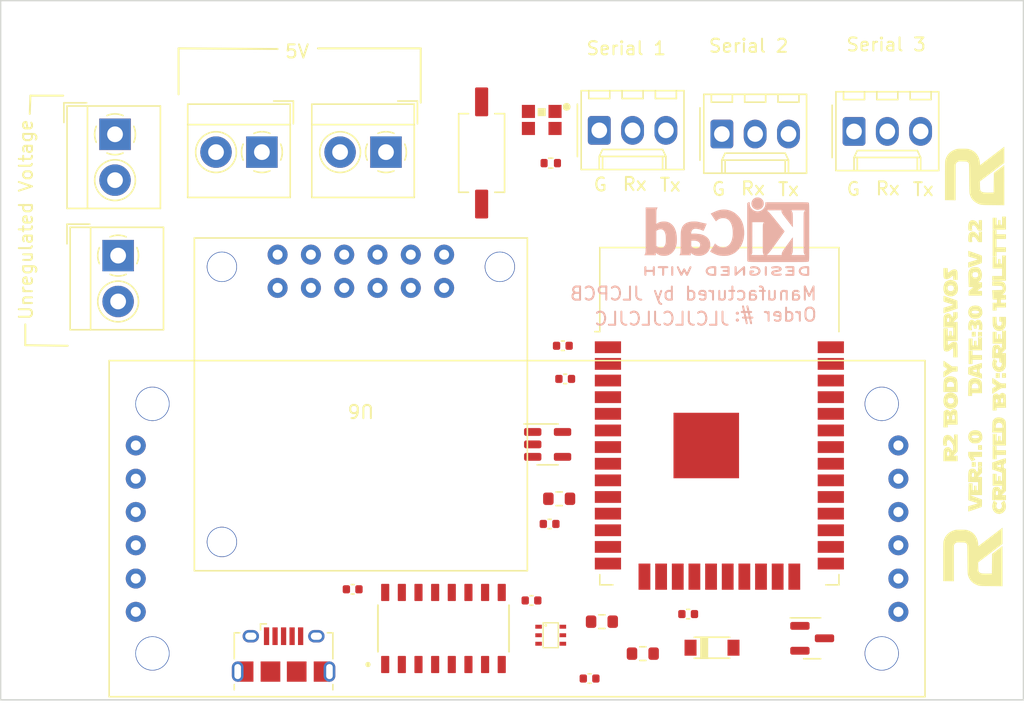
<source format=kicad_pcb>
(kicad_pcb (version 20211014) (generator pcbnew)
  (layers (0 "F.Cu" signal) (1 "In1.Cu" signal) (2 "In2.Cu" signal) (31 "B.Cu" signal) (34 "B.Paste" user) (35 "F.Paste" user) (36 "B.SilkS" user "B.Silkscreen") (37 "F.SilkS" user "F.Silkscreen") (38 "B.Mask" user) (39 "F.Mask" user) (44 "Edge.Cuts" user))
  (net 0 "")
  (net 1 "RX_FU")
  (net 2 "GND")
  (net 3 "+3.3V")
  (net 4 "VIN")
  (net 5 "VBUS")
  (net 8 "D-")
  (net 9 "D+")
  (net 12 "SCL")
  (net 13 "SDA")
  (net 14 "+5V")
  (net 20 "Net-(R3-Pad1)")
  (net 21 "ST_LED_D")
  (net 27 "TX_FU")
  (net 35 "GPIO0")
  (net 36 "RX_FU3")
  (net 39 "TXD0")
  (net 40 "RXD0")
  (net 41 "TX_FU3")
  (net 49 "DTR")
  (net 50 "RTS")
  (net 52 "RESET")
  (net 57 "+12V")
  (net 58 "Net-(L1-Pad3)")
  (net 59 "RX_FU2")
  (net 60 "TX_FU2")
  (footprint "Capacitor_SMD:C_0402_1005Metric" (layer "F.Cu") (at 111.38 129.67)
    (fp_text reference "C7" hide)
    (fp_text value "1uF")
    (pad "1" smd roundrect locked (at -0.48 0) (size 0.56 0.62) (layers "F.Cu" "F.Paste" "F.Mask") (net 3 "+3.3V"))
    (pad "2" smd roundrect locked (at 0.48 0) (size 0.56 0.62) (layers "F.Cu" "F.Paste" "F.Mask") (net 2 "GND"))
  )
  (footprint "Custom:WS2812B-2020" (layer "F.Cu") (at 100.21 91.955)
    (fp_text reference "L1" hide)
    (fp_text value "WS2812B-2020")
    (pad "1" smd rect (at 1.015 0.65) (size 1 1) (layers "F.Cu" "F.Paste" "F.Mask"))
    (pad "2" smd rect (at 1.015 -0.65) (size 1 1) (layers "F.Cu" "F.Paste" "F.Mask") (net 2 "GND"))
    (pad "3" smd rect (at -1.015 -0.65) (size 1 1) (layers "F.Cu" "F.Paste" "F.Mask") (net 58 "Net-(L1-Pad3)"))
    (pad "4" smd rect (at -1.015 0.65) (size 1 1) (layers "F.Cu" "F.Paste" "F.Mask") (net 14 "+5V"))
  )
  (footprint "TerminalBlock_4Ucon:TerminalBlock_4Ucon_1x02_P3.50mm_Horizontal" (layer "F.Cu") (at 67.663333 93.05 -90)
    (fp_text reference "J5" hide)
    (fp_text value "12OUT")
    (pad "1" thru_hole rect locked (at 0 0 270) (size 2.4 2.4) (drill 1.2) (layers *.Cu *.Mask) (net 2 "GND"))
    (pad "2" thru_hole circle locked (at 3.5 0 270) (size 2.4 2.4) (drill 1.2) (layers *.Cu *.Mask) (net 57 "+12V"))
  )
  (footprint "Logos:R2_Logo_V2" (layer "F.Cu") (at 133.584479 96.239515 90)
    (fp_text reference "G***" hide)
    (fp_text value "LOGO" hide)
  )
  (footprint "Connector_USB:USB_Micro-B_Amphenol_10118194_Horizontal" (layer "F.Cu") (at 80.52 132.76)
    (fp_text reference "J1" hide)
    (fp_text value "USB_B_Micro")
    (pad "1" smd rect locked (at -1.3 -1.4) (size 0.4 1.35) (layers "F.Cu" "F.Paste" "F.Mask") (net 5 "VBUS"))
    (pad "2" smd rect locked (at -0.65 -1.4) (size 0.4 1.35) (layers "F.Cu" "F.Paste" "F.Mask") (net 8 "D-"))
    (pad "3" smd rect locked (at 0 -1.4) (size 0.4 1.35) (layers "F.Cu" "F.Paste" "F.Mask") (net 9 "D+"))
    (pad "4" smd rect locked (at 0.65 -1.4) (size 0.4 1.35) (layers "F.Cu" "F.Paste" "F.Mask"))
    (pad "5" smd rect locked (at 1.3 -1.4) (size 0.4 1.35) (layers "F.Cu" "F.Paste" "F.Mask") (net 2 "GND"))
    (pad "6" thru_hole oval locked (at -3.5 1.3) (size 0.89 1.55) (drill oval 0.5 1.15) (layers *.Cu *.Mask))
    (pad "6" smd rect locked (at -2.9 1.3) (size 1.2 1.55) (layers "F.Cu" "F.Paste" "F.Mask"))
    (pad "6" thru_hole oval locked (at 3.5 1.3) (size 0.89 1.55) (drill oval 0.5 1.15) (layers *.Cu *.Mask))
    (pad "6" thru_hole oval locked (at -2.5 -1.4) (size 1.25 0.95) (drill oval 0.85 0.55) (layers *.Cu *.Mask))
    (pad "6" smd rect locked (at 2.9 1.3) (size 1.2 1.55) (layers "F.Cu" "F.Paste" "F.Mask"))
    (pad "6" smd rect locked (at -1 1.3) (size 1.5 1.55) (layers "F.Cu" "F.Paste" "F.Mask"))
    (pad "6" thru_hole oval locked (at 2.5 -1.4) (size 1.25 0.95) (drill oval 0.85 0.55) (layers *.Cu *.Mask))
    (pad "6" smd rect locked (at 1 1.3) (size 1.5 1.55) (layers "F.Cu" "F.Paste" "F.Mask"))
  )
  (footprint "TerminalBlock_4Ucon:TerminalBlock_4Ucon_1x02_P3.50mm_Horizontal" (layer "F.Cu") (at 88.33 94.41 180)
    (fp_text reference "J8" hide)
    (fp_text value "5V Out 2")
    (pad "1" thru_hole rect locked (at 0 0 180) (size 2.4 2.4) (drill 1.2) (layers *.Cu *.Mask) (net 2 "GND"))
    (pad "2" thru_hole circle locked (at 3.5 0 180) (size 2.4 2.4) (drill 1.2) (layers *.Cu *.Mask) (net 14 "+5V"))
  )
  (footprint "MountingHole:MountingHole_3.2mm_M3" (layer "F.Cu") (at 62.83 86.68)
    (fp_text reference "REF**" hide)
    (fp_text value "MountingHole_3.2mm_M3" hide)
    (pad "" np_thru_hole circle locked (at 0 0) (size 3.2 3.2) (drill 3.2) (layers *.Cu *.Mask))
  )
  (footprint "Connector_Molex:Molex_KK-254_AE-6410-03A_1x03_P2.54mm_Vertical" (layer "F.Cu") (at 113.95 93.03)
    (fp_text reference "J11" hide)
    (fp_text value "SERIAL_FU3")
    (pad "1" thru_hole roundrect locked (at 0 0) (size 1.74 2.19) (drill 1.19) (layers *.Cu *.Mask) (roundrect_rratio 0.143678) (net 2 "GND"))
    (pad "2" thru_hole oval locked (at 2.54 0) (size 1.74 2.19) (drill 1.19) (layers *.Cu *.Mask) (net 36 "RX_FU3"))
    (pad "3" thru_hole oval locked (at 5.08 0) (size 1.74 2.19) (drill 1.19) (layers *.Cu *.Mask) (net 41 "TX_FU3"))
  )
  (footprint "Connector_Molex:Molex_KK-254_AE-6410-03A_1x03_P2.54mm_Vertical" (layer "F.Cu") (at 124.03 92.83)
    (fp_text reference "J15" hide)
    (fp_text value "SERIAL_FU2")
    (pad "1" thru_hole roundrect locked (at 0 0) (size 1.74 2.19) (drill 1.19) (layers *.Cu *.Mask) (roundrect_rratio 0.143678) (net 2 "GND"))
    (pad "2" thru_hole oval locked (at 2.54 0) (size 1.74 2.19) (drill 1.19) (layers *.Cu *.Mask) (net 59 "RX_FU2"))
    (pad "3" thru_hole oval locked (at 5.08 0) (size 1.74 2.19) (drill 1.19) (layers *.Cu *.Mask) (net 60 "TX_FU2"))
  )
  (footprint "Custom:PCA9685" (layer "F.Cu") (at 98.33 123.15)
    (fp_text reference "U7" hide)
    (fp_text value "PCA9685")
    (pad "1" thru_hole circle (at -29.083 -6.35) (size 1.524 1.524) (drill 0.762) (layers *.Cu *.Mask) (net 2 "GND"))
    (pad "2" thru_hole circle (at -29.083 -3.81) (size 1.524 1.524) (drill 0.762) (layers *.Cu *.Mask))
    (pad "3" thru_hole circle (at -29.083 -1.27) (size 1.524 1.524) (drill 0.762) (layers *.Cu *.Mask) (net 12 "SCL"))
    (pad "4" thru_hole circle (at -29.083 1.27) (size 1.524 1.524) (drill 0.762) (layers *.Cu *.Mask) (net 13 "SDA"))
    (pad "5" thru_hole circle (at -29.083 3.81) (size 1.524 1.524) (drill 0.762) (layers *.Cu *.Mask) (net 3 "+3.3V"))
    (pad "6" thru_hole circle (at -29.083 6.35) (size 1.524 1.524) (drill 0.762) (layers *.Cu *.Mask) (net 14 "+5V"))
    (pad "7" thru_hole circle (at 29.083 -6.35) (size 1.524 1.524) (drill 0.762) (layers *.Cu *.Mask) (net 2 "GND"))
    (pad "8" thru_hole circle (at 29.083 -3.81) (size 1.524 1.524) (drill 0.762) (layers *.Cu *.Mask))
    (pad "9" thru_hole circle (at 29.083 -1.27) (size 1.524 1.524) (drill 0.762) (layers *.Cu *.Mask) (net 12 "SCL"))
    (pad "10" thru_hole circle (at 29.083 1.27) (size 1.524 1.524) (drill 0.762) (layers *.Cu *.Mask) (net 13 "SDA"))
    (pad "11" thru_hole circle (at 29.083 3.81) (size 1.524 1.524) (drill 0.762) (layers *.Cu *.Mask) (net 3 "+3.3V"))
    (pad "12" thru_hole circle (at 29.083 6.35) (size 1.524 1.524) (drill 0.762) (layers *.Cu *.Mask) (net 14 "+5V"))
    (pad "13" thru_hole circle (at -27.813 -9.525) (size 2.6 2.6) (drill 2.5) (layers *.Cu *.Mask))
    (pad "13" thru_hole circle (at 27.813 -9.525) (size 2.6 2.6) (drill 2.5) (layers *.Cu *.Mask))
    (pad "13" thru_hole circle (at 27.813 9.525) (size 2.6 2.6) (drill 2.5) (layers *.Cu *.Mask))
    (pad "13" thru_hole circle (at -27.813 9.525) (size 2.6 2.6) (drill 2.5) (layers *.Cu *.Mask))
  )
  (footprint "Capacitor_SMD:C_0402_1005Metric" (layer "F.Cu") (at 99.43 128.63)
    (fp_text reference "C3" hide)
    (fp_text value "100nF")
    (pad "1" smd roundrect locked (at -0.48 0) (size 0.56 0.62) (layers "F.Cu" "F.Paste" "F.Mask") (net 3 "+3.3V"))
    (pad "2" smd roundrect locked (at 0.48 0) (size 0.56 0.62) (layers "F.Cu" "F.Paste" "F.Mask") (net 2 "GND"))
  )
  (footprint "MountingHole:MountingHole_3.2mm_M3" (layer "F.Cu") (at 133.25 86.68)
    (fp_text reference "REF**" hide)
    (fp_text value "MountingHole_3.2mm_M3" hide)
    (pad "" np_thru_hole circle locked (at 0 0) (size 3.2 3.2) (drill 3.2) (layers *.Cu *.Mask))
  )
  (footprint "Custom:UMT6" (layer "F.Cu") (at 100.895 131.2858)
    (fp_text reference "U5" hide)
    (fp_text value "UMH3N")
    (pad "1" smd rect (at -0.925 -0.65) (size 0.5 0.3) (layers "F.Cu") (net 50 "RTS"))
    (pad "2" smd rect (at -0.925 0) (size 0.5 0.3) (layers "F.Cu") (net 49 "DTR"))
    (pad "3" smd rect (at -0.925 0.65) (size 0.5 0.3) (layers "F.Cu") (net 35 "GPIO0"))
    (pad "4" smd rect (at 0.925 0.65 180) (size 0.5 0.3) (layers "F.Cu") (net 49 "DTR"))
    (pad "5" smd rect (at 0.925 0 180) (size 0.5 0.3) (layers "F.Cu") (net 50 "RTS"))
    (pad "6" smd rect (at 0.925 -0.65 180) (size 0.5 0.3) (layers "F.Cu") (net 52 "RESET"))
  )
  (footprint "Capacitor_SMD:C_0402_1005Metric" (layer "F.Cu") (at 85.79 127.78)
    (fp_text reference "C5" hide)
    (fp_text value "1uF")
    (pad "1" smd roundrect locked (at -0.48 0) (size 0.56 0.62) (layers "F.Cu" "F.Paste" "F.Mask") (net 2 "GND"))
    (pad "2" smd roundrect locked (at 0.48 0) (size 0.56 0.62) (layers "F.Cu" "F.Paste" "F.Mask") (net 4 "VIN"))
  )
  (footprint "Resistor_SMD:R_0603_1608Metric" (layer "F.Cu") (at 107.92 132.69)
    (fp_text reference "R2" hide)
    (fp_text value "100K")
    (pad "1" smd roundrect locked (at -0.825 0) (size 0.8 0.95) (layers "F.Cu" "F.Paste" "F.Mask") (net 5 "VBUS"))
    (pad "2" smd roundrect locked (at 0.825 0) (size 0.8 0.95) (layers "F.Cu" "F.Paste" "F.Mask") (net 2 "GND"))
  )
  (footprint "Package_TO_SOT_SMD:SOT-23-5" (layer "F.Cu") (at 100.66 116.72)
    (fp_text reference "U3" hide)
    (fp_text value "ME6211C33M5G")
    (pad "1" smd roundrect locked (at -1.1375 -0.95) (size 1.325 0.6) (layers "F.Cu" "F.Paste" "F.Mask") (net 4 "VIN"))
    (pad "2" smd roundrect locked (at -1.1375 0) (size 1.325 0.6) (layers "F.Cu" "F.Paste" "F.Mask") (net 2 "GND"))
    (pad "3" smd roundrect locked (at -1.1375 0.95) (size 1.325 0.6) (layers "F.Cu" "F.Paste" "F.Mask") (net 20 "Net-(R3-Pad1)"))
    (pad "4" smd roundrect locked (at 1.1375 0.95) (size 1.325 0.6) (layers "F.Cu" "F.Paste" "F.Mask"))
    (pad "5" smd roundrect locked (at 1.1375 -0.95) (size 1.325 0.6) (layers "F.Cu" "F.Paste" "F.Mask") (net 3 "+3.3V"))
  )
  (footprint "Pololu:D36V50F5-STEPDOWN" (layer "F.Cu") (at 86.415 113.665 180)
    (fp_text reference "U6" (at 0 -0.5 180 unlocked) (layer "F.SilkS"))
    (fp_text value "D36V50F5-STEPDOWN")
    (pad "1" thru_hole circle (at -6.35 11.43 180) (size 1.524 1.524) (drill 0.762) (layers *.Cu *.Mask) (net 14 "+5V"))
    (pad "2" thru_hole circle (at -3.81 11.43 180) (size 1.524 1.524) (drill 0.762) (layers *.Cu *.Mask) (net 2 "GND"))
    (pad "3" thru_hole circle (at -1.27 11.43 180) (size 1.524 1.524) (drill 0.762) (layers *.Cu *.Mask) (net 2 "GND"))
    (pad "4" thru_hole circle (at 1.27 11.43 180) (size 1.524 1.524) (drill 0.762) (layers *.Cu *.Mask) (net 57 "+12V"))
    (pad "5" thru_hole circle (at 3.81 11.43 180) (size 1.524 1.524) (drill 0.762) (layers *.Cu *.Mask))
    (pad "6" thru_hole circle (at 6.35 11.43 180) (size 1.524 1.524) (drill 0.762) (layers *.Cu *.Mask))
    (pad "7" thru_hole circle (at 6.35 8.89 180) (size 1.524 1.524) (drill 0.762) (layers *.Cu *.Mask))
    (pad "8" thru_hole circle (at 3.81 8.89 180) (size 1.524 1.524) (drill 0.762) (layers *.Cu *.Mask))
    (pad "9" thru_hole circle (at 1.27 8.89 180) (size 1.524 1.524) (drill 0.762) (layers *.Cu *.Mask) (net 57 "+12V"))
    (pad "10" thru_hole circle (at -1.27 8.89 180) (size 1.524 1.524) (drill 0.762) (layers *.Cu *.Mask) (net 2 "GND"))
    (pad "11" thru_hole circle (at -3.81 8.89 180) (size 1.524 1.524) (drill 0.762) (layers *.Cu *.Mask) (net 2 "GND"))
    (pad "12" thru_hole circle (at -6.35 8.89 180) (size 1.524 1.524) (drill 0.762) (layers *.Cu *.Mask) (net 14 "+5V"))
    (pad "13" thru_hole circle (at -10.6 10.5 180) (size 2.3 2.3) (drill 2.2) (layers *.Cu *.Mask))
    (pad "14" thru_hole circle (at 10.6 10.5 180) (size 2.3 2.3) (drill 2.2) (layers *.Cu *.Mask))
    (pad "15" thru_hole circle (at 10.6 -10.5 180) (size 2.3 2.3) (drill 2.2) (layers *.Cu *.Mask))
  )
  (footprint "Resistor_SMD:R_0603_1608Metric" (layer "F.Cu") (at 104.8 130.25)
    (fp_text reference "R1" hide)
    (fp_text value "10K")
    (pad "1" smd roundrect locked (at -0.825 0) (size 0.8 0.95) (layers "F.Cu" "F.Paste" "F.Mask") (net 3 "+3.3V"))
    (pad "2" smd roundrect locked (at 0.825 0) (size 0.8 0.95) (layers "F.Cu" "F.Paste" "F.Mask") (net 52 "RESET"))
  )
  (footprint "Capacitor_SMD:C_0402_1005Metric" (layer "F.Cu") (at 101.82 109.19)
    (fp_text reference "C1" hide)
    (fp_text value "100nF")
    (pad "1" smd roundrect locked (at -0.48 0) (size 0.56 0.62) (layers "F.Cu" "F.Paste" "F.Mask") (net 52 "RESET"))
    (pad "2" smd roundrect locked (at 0.48 0) (size 0.56 0.62) (layers "F.Cu" "F.Paste" "F.Mask") (net 2 "GND"))
  )
  (footprint "MountingHole:MountingHole_3.2mm_M3" (layer "F.Cu") (at 133.25 132.55)
    (fp_text reference "REF**" hide)
    (fp_text value "MountingHole_3.2mm_M3" hide)
    (pad "" np_thru_hole circle locked (at 0 0) (size 3.2 3.2) (drill 3.2) (layers *.Cu *.Mask))
  )
  (footprint "Custom:SOIC127P600X180-16N" (layer "F.Cu") (at 92.715 130.77 90)
    (fp_text reference "U4" hide)
    (fp_text value "CH340C")
    (pad "1" smd roundrect (at -2.75 -4.445 90) (size 1.31 0.62) (layers "F.Cu" "F.Paste" "F.Mask") (roundrect_rratio 0.08) (net 2 "GND"))
    (pad "2" smd roundrect (at -2.75 -3.175 90) (size 1.31 0.62) (layers "F.Cu" "F.Paste" "F.Mask") (roundrect_rratio 0.08) (net 40 "RXD0"))
    (pad "3" smd roundrect (at -2.75 -1.905 90) (size 1.31 0.62) (layers "F.Cu" "F.Paste" "F.Mask") (roundrect_rratio 0.08) (net 39 "TXD0"))
    (pad "4" smd roundrect (at -2.75 -0.635 90) (size 1.31 0.62) (layers "F.Cu" "F.Paste" "F.Mask") (roundrect_rratio 0.08) (net 3 "+3.3V"))
    (pad "5" smd roundrect (at -2.75 0.635 90) (size 1.31 0.62) (layers "F.Cu" "F.Paste" "F.Mask") (roundrect_rratio 0.08) (net 9 "D+"))
    (pad "6" smd roundrect (at -2.75 1.905 90) (size 1.31 0.62) (layers "F.Cu" "F.Paste" "F.Mask") (roundrect_rratio 0.08) (net 8 "D-"))
    (pad "7" smd roundrect (at -2.75 3.175 90) (size 1.31 0.62) (layers "F.Cu" "F.Paste" "F.Mask") (roundrect_rratio 0.08))
    (pad "8" smd roundrect (at -2.75 4.445 90) (size 1.31 0.62) (layers "F.Cu" "F.Paste" "F.Mask") (roundrect_rratio 0.08))
    (pad "9" smd roundrect (at 2.75 4.445 90) (size 1.31 0.62) (layers "F.Cu" "F.Paste" "F.Mask") (roundrect_rratio 0.08))
    (pad "10" smd roundrect (at 2.75 3.175 90) (size 1.31 0.62) (layers "F.Cu" "F.Paste" "F.Mask") (roundrect_rratio 0.08))
    (pad "11" smd roundrect (at 2.75 1.905 90) (size 1.31 0.62) (layers "F.Cu" "F.Paste" "F.Mask") (roundrect_rratio 0.08))
    (pad "12" smd roundrect (at 2.75 0.635 90) (size 1.31 0.62) (layers "F.Cu" "F.Paste" "F.Mask") (roundrect_rratio 0.08))
    (pad "13" smd roundrect (at 2.75 -0.635 90) (size 1.31 0.62) (layers "F.Cu" "F.Paste" "F.Mask") (roundrect_rratio 0.08) (net 49 "DTR"))
    (pad "14" smd roundrect (at 2.75 -1.905 90) (size 1.31 0.62) (layers "F.Cu" "F.Paste" "F.Mask") (roundrect_rratio 0.08) (net 50 "RTS"))
    (pad "15" smd roundrect (at 2.75 -3.175 90) (size 1.31 0.62) (layers "F.Cu" "F.Paste" "F.Mask") (roundrect_rratio 0.08))
    (pad "16" smd roundrect (at 2.75 -4.445 90) (size 1.31 0.62) (layers "F.Cu" "F.Paste" "F.Mask") (roundrect_rratio 0.08) (net 3 "+3.3V"))
  )
  (footprint "TerminalBlock_4Ucon:TerminalBlock_4Ucon_1x02_P3.50mm_Horizontal" (layer "F.Cu") (at 67.9 102.31 -90)
    (fp_text reference "J6" hide)
    (fp_text value "12VOUT")
    (pad "1" thru_hole rect locked (at 0 0 270) (size 2.4 2.4) (drill 1.2) (layers *.Cu *.Mask) (net 2 "GND"))
    (pad "2" thru_hole circle locked (at 3.5 0 270) (size 2.4 2.4) (drill 1.2) (layers *.Cu *.Mask) (net 57 "+12V"))
  )
  (footprint "Custom:SOD3716X135N" (layer "F.Cu") (at 113.1985 132.2385)
    (fp_text reference "CR1" hide)
    (fp_text value "B5819W-TP")
    (pad "A" smd rect (at 1.6383 0) (size 0.9144 1.2192) (layers "F.Cu" "F.Paste" "F.Mask") (net 5 "VBUS"))
    (pad "C" smd rect (at -1.6383 0) (size 0.9144 1.2192) (layers "F.Cu" "F.Paste" "F.Mask") (net 4 "VIN"))
  )
  (footprint "RF_Module:ESP32-WROOM-32" (layer "F.Cu") (at 113.76 117.56)
    (fp_text reference "U1" hide)
    (fp_text value "ESP32-WROOM-32D_16MB_")
    (pad "1" smd rect locked (at -8.5 -8.255) (size 2 0.9) (layers "F.Cu" "F.Paste" "F.Mask") (net 2 "GND"))
    (pad "2" smd rect locked (at -8.5 -6.985) (size 2 0.9) (layers "F.Cu" "F.Paste" "F.Mask") (net 3 "+3.3V"))
    (pad "3" smd rect locked (at -8.5 -5.715) (size 2 0.9) (layers "F.Cu" "F.Paste" "F.Mask") (net 52 "RESET"))
    (pad "4" smd rect locked (at -8.5 -4.445) (size 2 0.9) (layers "F.Cu" "F.Paste" "F.Mask"))
    (pad "5" smd rect locked (at -8.5 -3.175) (size 2 0.9) (layers "F.Cu" "F.Paste" "F.Mask"))
    (pad "6" smd rect locked (at -8.5 -1.905) (size 2 0.9) (layers "F.Cu" "F.Paste" "F.Mask"))
    (pad "7" smd rect locked (at -8.5 -0.635) (size 2 0.9) (layers "F.Cu" "F.Paste" "F.Mask"))
    (pad "8" smd rect locked (at -8.5 0.635) (size 2 0.9) (layers "F.Cu" "F.Paste" "F.Mask"))
    (pad "9" smd rect locked (at -8.5 1.905) (size 2 0.9) (layers "F.Cu" "F.Paste" "F.Mask"))
    (pad "10" smd rect locked (at -8.5 3.175) (size 2 0.9) (layers "F.Cu" "F.Paste" "F.Mask") (net 36 "RX_FU3"))
    (pad "11" smd rect locked (at -8.5 4.445) (size 2 0.9) (layers "F.Cu" "F.Paste" "F.Mask"))
    (pad "12" smd rect locked (at -8.5 5.715) (size 2 0.9) (layers "F.Cu" "F.Paste" "F.Mask"))
    (pad "13" smd rect locked (at -8.5 6.985) (size 2 0.9) (layers "F.Cu" "F.Paste" "F.Mask"))
    (pad "14" smd rect locked (at -8.5 8.255) (size 2 0.9) (layers "F.Cu" "F.Paste" "F.Mask"))
    (pad "15" smd rect locked (at -5.715 9.255 90) (size 2 0.9) (layers "F.Cu" "F.Paste" "F.Mask") (net 2 "GND"))
    (pad "16" smd rect locked (at -4.445 9.255 90) (size 2 0.9) (layers "F.Cu" "F.Paste" "F.Mask"))
    (pad "17" smd rect locked (at -3.175 9.255 90) (size 2 0.9) (layers "F.Cu" "F.Paste" "F.Mask"))
    (pad "18" smd rect locked (at -1.905 9.255 90) (size 2 0.9) (layers "F.Cu" "F.Paste" "F.Mask"))
    (pad "19" smd rect locked (at -0.635 9.255 90) (size 2 0.9) (layers "F.Cu" "F.Paste" "F.Mask"))
    (pad "20" smd rect locked (at 0.635 9.255 90) (size 2 0.9) (layers "F.Cu" "F.Paste" "F.Mask"))
    (pad "21" smd rect locked (at 1.905 9.255 90) (size 2 0.9) (layers "F.Cu" "F.Paste" "F.Mask"))
    (pad "22" smd rect locked (at 3.175 9.255 90) (size 2 0.9) (layers "F.Cu" "F.Paste" "F.Mask"))
    (pad "23" smd rect locked (at 4.445 9.255 90) (size 2 0.9) (layers "F.Cu" "F.Paste" "F.Mask") (net 27 "TX_FU"))
    (pad "24" smd rect locked (at 5.715 9.255 90) (size 2 0.9) (layers "F.Cu" "F.Paste" "F.Mask"))
    (pad "25" smd rect locked (at 8.5 8.255) (size 2 0.9) (layers "F.Cu" "F.Paste" "F.Mask") (net 35 "GPIO0"))
    (pad "26" smd rect locked (at 8.5 6.985) (size 2 0.9) (layers "F.Cu" "F.Paste" "F.Mask") (net 21 "ST_LED_D"))
    (pad "27" smd rect locked (at 8.5 5.715) (size 2 0.9) (layers "F.Cu" "F.Paste" "F.Mask") (net 1 "RX_FU"))
    (pad "28" smd rect locked (at 8.5 4.445) (size 2 0.9) (layers "F.Cu" "F.Paste" "F.Mask") (net 60 "TX_FU2"))
    (pad "29" smd rect locked (at 8.5 3.175) (size 2 0.9) (layers "F.Cu" "F.Paste" "F.Mask"))
    (pad "30" smd rect locked (at 8.5 1.905) (size 2 0.9) (layers "F.Cu" "F.Paste" "F.Mask") (net 59 "RX_FU2"))
    (pad "31" smd rect locked (at 8.5 0.635) (size 2 0.9) (layers "F.Cu" "F.Paste" "F.Mask"))
    (pad "32" smd rect locked (at 8.5 -0.635) (size 2 0.9) (layers "F.Cu" "F.Paste" "F.Mask"))
    (pad "33" smd rect locked (at 8.5 -1.905) (size 2 0.9) (layers "F.Cu" "F.Paste" "F.Mask") (net 13 "SDA"))
    (pad "34" smd rect locked (at 8.5 -3.175) (size 2 0.9) (layers "F.Cu" "F.Paste" "F.Mask") (net 40 "RXD0"))
    (pad "35" smd rect locked (at 8.5 -4.445) (size 2 0.9) (layers "F.Cu" "F.Paste" "F.Mask") (net 39 "TXD0"))
    (pad "36" smd rect locked (at 8.5 -5.715) (size 2 0.9) (layers "F.Cu" "F.Paste" "F.Mask") (net 12 "SCL"))
    (pad "37" smd rect locked (at 8.5 -6.985) (size 2 0.9) (layers "F.Cu" "F.Paste" "F.Mask") (net 41 "TX_FU3"))
    (pad "38" smd rect locked (at 8.5 -8.255) (size 2 0.9) (layers "F.Cu" "F.Paste" "F.Mask") (net 2 "GND"))
    (pad "39" smd rect locked (at -1 -0.755) (size 5 5) (layers "F.Cu" "F.Paste" "F.Mask") (net 2 "GND"))
  )
  (footprint "Capacitor_SMD:C_0402_1005Metric" (layer "F.Cu") (at 103.86 134.59)
    (fp_text reference "C6" hide)
    (fp_text value "100nF")
    (pad "1" smd roundrect locked (at -0.48 0) (size 0.56 0.62) (layers "F.Cu" "F.Paste" "F.Mask") (net 3 "+3.3V"))
    (pad "2" smd roundrect locked (at 0.48 0) (size 0.56 0.62) (layers "F.Cu" "F.Paste" "F.Mask") (net 2 "GND"))
  )
  (footprint "Resistor_SMD:R_0402_1005Metric" (layer "F.Cu") (at 100.9 95.25)
    (fp_text reference "R4" hide)
    (fp_text value "220")
    (pad "1" smd roundrect locked (at -0.51 0) (size 0.54 0.64) (layers "F.Cu" "F.Paste" "F.Mask") (net 21 "ST_LED_D"))
    (pad "2" smd roundrect locked (at 0.51 0) (size 0.54 0.64) (layers "F.Cu" "F.Paste" "F.Mask") (net 58 "Net-(L1-Pad3)"))
  )
  (footprint "Connector_Molex:Molex_KK-254_AE-6410-03A_1x03_P2.54mm_Vertical" (layer "F.Cu") (at 104.6 92.75)
    (fp_text reference "J12" hide)
    (fp_text value "SERIAL_FU")
    (pad "1" thru_hole roundrect locked (at 0 0) (size 1.74 2.19) (drill 1.19) (layers *.Cu *.Mask) (roundrect_rratio 0.143678) (net 2 "GND"))
    (pad "2" thru_hole oval locked (at 2.54 0) (size 1.74 2.19) (drill 1.19) (layers *.Cu *.Mask) (net 1 "RX_FU"))
    (pad "3" thru_hole oval locked (at 5.08 0) (size 1.74 2.19) (drill 1.19) (layers *.Cu *.Mask) (net 27 "TX_FU"))
  )
  (footprint "TerminalBlock_4Ucon:TerminalBlock_4Ucon_1x02_P3.50mm_Horizontal" (layer "F.Cu") (at 78.866666 94.41 180)
    (fp_text reference "J7" hide)
    (fp_text value "5V OUT")
    (pad "1" thru_hole rect locked (at 0 0 180) (size 2.4 2.4) (drill 1.2) (layers *.Cu *.Mask) (net 2 "GND"))
    (pad "2" thru_hole circle locked (at 3.5 0 180) (size 2.4 2.4) (drill 1.2) (layers *.Cu *.Mask) (net 14 "+5V"))
  )
  (footprint "Logos:R2_Body_Servos_Log0" (layer "F.Cu") (at 133.01 110.83 90)
    (fp_text reference "G***" hide)
    (fp_text value "LOGO" hide)
  )
  (footprint "Capacitor_SMD:C_0402_1005Metric" (layer "F.Cu") (at 102 111.72)
    (fp_text reference "C2" hide)
    (fp_text value "10uF")
    (pad "1" smd roundrect locked (at -0.48 0) (size 0.56 0.62) (layers "F.Cu" "F.Paste" "F.Mask") (net 3 "+3.3V"))
    (pad "2" smd roundrect locked (at 0.48 0) (size 0.56 0.62) (layers "F.Cu" "F.Paste" "F.Mask") (net 2 "GND"))
  )
  (footprint "Logos:R2_Logo_V2" (layer "F.Cu") (at 133.45 125.32 90)
    (fp_text reference "G***" hide)
    (fp_text value "LOGO" hide)
  )
  (footprint "MountingHole:MountingHole_3.2mm_M3" (layer "F.Cu") (at 63 132.51)
    (fp_text reference "REF**" hide)
    (fp_text value "MountingHole_3.2mm_M3" hide)
    (pad "" np_thru_hole circle locked (at 0 0) (size 3.2 3.2) (drill 3.2) (layers *.Cu *.Mask))
  )
  (footprint "Package_TO_SOT_SMD:SOT-23" (layer "F.Cu") (at 120.84 131.52)
    (fp_text reference "U2" hide)
    (fp_text value "CJ2301_S1")
    (pad "1" smd roundrect (at -0.9375 -0.95) (size 1.475 0.6) (layers "F.Cu" "F.Paste" "F.Mask") (net 5 "VBUS"))
    (pad "2" smd roundrect (at -0.9375 0.95) (size 1.475 0.6) (layers "F.Cu" "F.Paste" "F.Mask") (net 4 "VIN"))
    (pad "3" smd roundrect (at 0.9375 0) (size 1.475 0.6) (layers "F.Cu" "F.Paste" "F.Mask") (net 14 "+5V"))
  )
  (footprint "Custom:TS-1101S-B-B-B-W-A" (layer "F.Cu") (at 95.625 94.475 -90)
    (fp_text reference "SW1")
    (fp_text value "SW_Push")
    (pad "1" smd roundrect (at -3.9 0 270) (size 2.2 1) (layers "F.Cu" "F.Paste" "F.Mask") (roundrect_rratio 0.1) (net 2 "GND"))
    (pad "2" smd roundrect (at 3.9 0 270) (size 2.2 1) (layers "F.Cu" "F.Paste" "F.Mask") (roundrect_rratio 0.1) (net 52 "RESET"))
  )
  (footprint "Capacitor_SMD:C_0402_1005Metric" (layer "F.Cu") (at 100.81 122.79)
    (fp_text reference "C4" hide)
    (fp_text value "10uF")
    (pad "1" smd roundrect locked (at -0.48 0) (size 0.56 0.62) (layers "F.Cu" "F.Paste" "F.Mask") (net 3 "+3.3V"))
    (pad "2" smd roundrect locked (at 0.48 0) (size 0.56 0.62) (layers "F.Cu" "F.Paste" "F.Mask") (net 2 "GND"))
  )
  (footprint "Resistor_SMD:R_0603_1608Metric" (layer "F.Cu") (at 101.54 120.87)
    (fp_text reference "R3" hide)
    (fp_text value "100K")
    (pad "1" smd roundrect locked (at -0.825 0) (size 0.8 0.95) (layers "F.Cu" "F.Paste" "F.Mask") (net 20 "Net-(R3-Pad1)"))
    (pad "2" smd roundrect locked (at 0.825 0) (size 0.8 0.95) (layers "F.Cu" "F.Paste" "F.Mask") (net 4 "VIN"))
  )
  (footprint "Symbol:KiCad-Logo2_5mm_SilkScreen" (layer "B.Cu") (at 114.33 100.85 180)
    (fp_text reference "REF**" hide)
    (fp_text value "KiCad-Logo2_5mm_SilkScreen" hide)
  )
  (gr_line (start 60.82 109.15) (end 64.05 109.19) (layer "F.SilkS") (width 0.15))
  (gr_line (start 90.98 90.63) (end 90.98 86.49) (layer "F.SilkS") (width 0.15))
  (gr_line (start 80.06 86.54) (end 72.51 86.49) (layer "F.SilkS") (width 0.15))
  (gr_line (start 60.82 107.56) (end 60.82 109.15) (layer "F.SilkS") (width 0.15))
  (gr_line (start 61.21 90.1) (end 61.16 91.49) (layer "F.SilkS") (width 0.15))
  (gr_line (start 72.51 86.49) (end 72.51 90) (layer "F.SilkS") (width 0.15))
  (gr_line (start 63.71 90.1) (end 61.21 90.1) (layer "F.SilkS") (width 0.15))
  (gr_line (start 90.98 86.49) (end 83.14 86.49) (layer "F.SilkS") (width 0.15))
  (gr_rect (start 58.94 82.85) (end 136.95 136.22) (layer "Edge.Cuts") (width 0.1) (fill none))
  (gr_text "Manufactured by JLCPCB\nOrder #:" (at 121.28 106.02) (layer "B.SilkS") (effects (font (size 1 1)) (justify left mirror)))
  (gr_text "JLCJLCJLCJLC" (at 109.38 107.13) (layer "B.SilkS") (effects (font (size 1 1)) (justify mirror)))
  (gr_text "Rx" (at 116.32 97.19) (layer "F.SilkS") (effects (font (size 1 1))))
  (gr_text "Serial 1" (at 106.66 86.49) (layer "F.SilkS") (effects (font (size 1 1))))
  (gr_text "G" (at 104.68 96.89) (layer "F.SilkS") (effects (font (size 1 1))))
  (gr_text "Tx" (at 129.31 97.25) (layer "F.SilkS") (effects (font (size 1 1))))
  (gr_text "Serial 2" (at 115.99 86.3) (layer "F.SilkS") (effects (font (size 1 1))))
  (gr_text "Unregulated Voltage" (at 60.87 99.57 90) (layer "F.SilkS") (effects (font (size 1 1))))
  (gr_text "5V" (at 81.55 86.73) (layer "F.SilkS") (effects (font (size 1 1))))
  (gr_text "Tx" (at 119.03 97.25) (layer "F.SilkS") (effects (font (size 1 1))))
  (gr_text "G" (at 123.98 97.23) (layer "F.SilkS") (effects (font (size 1 1))))
  (gr_text "Rx" (at 126.6 97.19) (layer "F.SilkS") (effects (font (size 1 1))))
  (gr_text "Tx" (at 110.01 96.91) (layer "F.SilkS") (effects (font (size 1 1))))
  (gr_text "G" (at 113.7 97.23) (layer "F.SilkS") (effects (font (size 1 1))))
  (gr_text "Rx" (at 107.3 96.85) (layer "F.SilkS") (effects (font (size 1 1))))
  (gr_text "Serial 3" (at 126.48 86.2) (layer "F.SilkS") (effects (font (size 1 1))))
)
</source>
